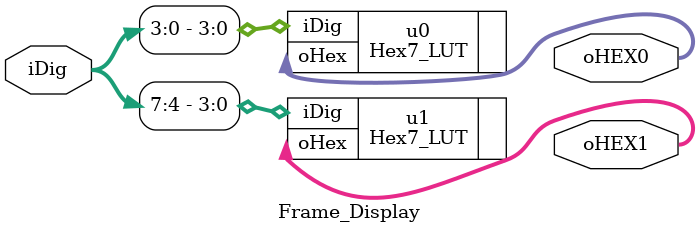
<source format=v>

module Hex_LUT(
	input			[3:0]	iDig,

	output reg	[6:0]	oHex
);

always @(iDig)
begin
		case(iDig)
		4'h1: oHex = 7'b1111001;	// ---t----
		4'h2: oHex = 7'b0100100; 	// |	  |
		4'h3: oHex = 7'b0110000; 	// lt	 rt
		4'h4: oHex = 7'b0011001; 	// |	  |
		4'h5: oHex = 7'b0010010; 	// ---m----
		4'h6: oHex = 7'b0000010; 	// |	  |
		4'h7: oHex = 7'b1111000; 	// lb	 rb
		4'h8: oHex = 7'b0000000; 	// |	  |
		4'h9: oHex = 7'b0011000; 	// ---b----
		4'ha: oHex = 7'b0001000;
		4'hb: oHex = 7'b0000011;
		4'hc: oHex = 7'b1000110;
		4'hd: oHex = 7'b0100001;
		4'he: oHex = 7'b0000110;
		4'hf: oHex = 7'b0001110;
		4'h0: oHex = 7'b1000000;
		endcase
end

endmodule

module Frame_Display (
	input		[7:0]	iDig,
	
	output	[6:0]		oHEX0,
	output	[6:0]		oHEX1
);

Hex7_LUT	u0
(
	.oHex(oHEX0),
	.iDig(iDig[3:0])
);

Hex7_LUT	u1
(
	.oHex(oHEX1),
	.iDig(iDig[7:4])
);

endmodule


</source>
